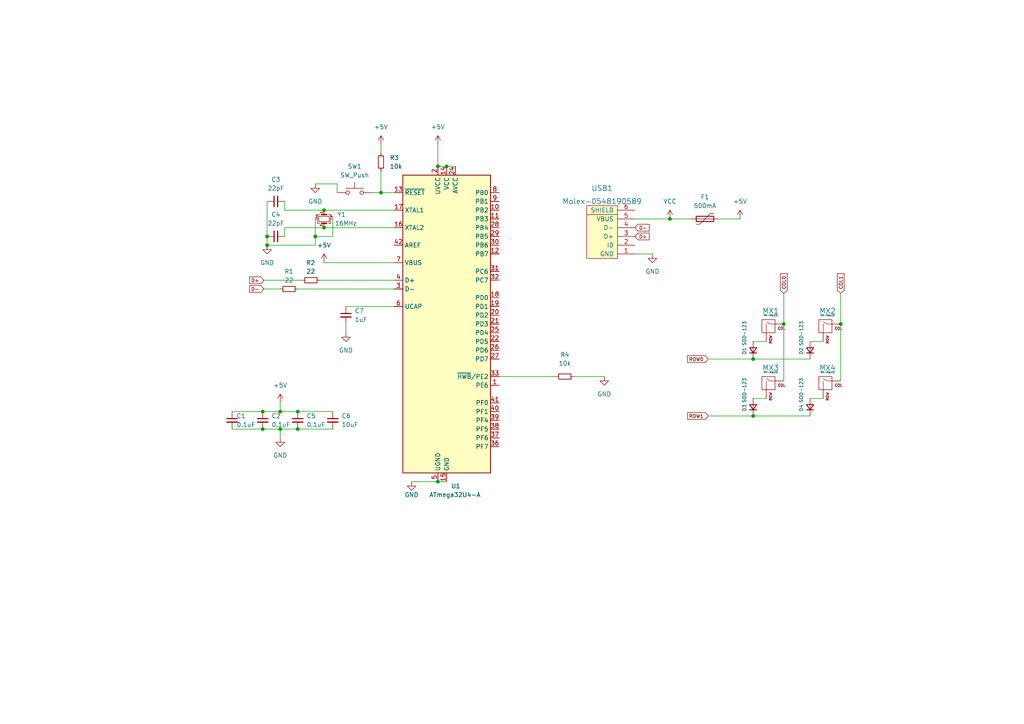
<source format=kicad_sch>
(kicad_sch (version 20211123) (generator eeschema)
  (paper "A4")
  (lib_symbols
    (symbol "Device:C_Small" (pin_numbers hide) (pin_names (offset 0.254) hide)
      (property "Reference" "C" (at 0.254 1.778 0))
      (property "Value" "C_Small" (at 0.254 -2.032 0))
      (symbol "C_Small_0_1"
        (polyline (pts (xy -1.524 -0.508) (xy 1.524 -0.508)) (stroke (width 0.3302)))
        (polyline (pts (xy -1.524 0.508) (xy 1.524 0.508)) (stroke (width 0.3048)))
      )
      (symbol "C_Small_1_1"
        (pin passive line (at 0 2.54 270) (length 2.032) (name "~") (number "1"))
        (pin passive line (at 0 -2.54 90) (length 2.032) (name "~") (number "2"))
      )
    )
    (symbol "Device:Crystal_GND24_Small" (pin_names (offset 1.016) hide)
      (property "Reference" "Y" (at 1.27 4.445 0))
      (property "Value" "Crystal_GND24_Small" (at 1.27 2.54 0))
      (symbol "Crystal_GND24_Small_0_1"
        (rectangle (start -0.762 -1.524) (end 0.762 1.524))
        (polyline (pts (xy -1.27 -0.762) (xy -1.27 0.762)) (stroke (width 0.381)))
        (polyline (pts (xy 1.27 -0.762) (xy 1.27 0.762)) (stroke (width 0.381)))
        (polyline (pts (xy -1.27 -1.27) (xy -1.27 -1.905) (xy 1.27 -1.905) (xy 1.27 -1.27)))
        (polyline (pts (xy -1.27 1.27) (xy -1.27 1.905) (xy 1.27 1.905) (xy 1.27 1.27)))
      )
      (symbol "Crystal_GND24_Small_1_1"
        (pin passive line (at -2.54 0 0) (length 1.27) (name "1") (number "1"))
        (pin passive line (at 0 -2.54 90) (length 0.635) (name "2") (number "2"))
        (pin passive line (at 2.54 0 180) (length 1.27) (name "3") (number "3"))
        (pin passive line (at 0 2.54 270) (length 0.635) (name "4") (number "4"))
      )
    )
    (symbol "Device:D_Small" (pin_numbers hide) (pin_names (offset 0.254) hide)
      (property "Reference" "D" (at -1.27 2.032 0))
      (property "Value" "D_Small" (at -3.81 -2.032 0))
      (symbol "D_Small_0_1"
        (polyline (pts (xy -0.762 -1.016) (xy -0.762 1.016)) (stroke (width 0.254)))
        (polyline (pts (xy -0.762 0) (xy 0.762 0)))
        (polyline (pts (xy 0.762 -1.016) (xy -0.762 0) (xy 0.762 1.016) (xy 0.762 -1.016)) (stroke (width 0.254)))
      )
      (symbol "D_Small_1_1"
        (pin passive line (at -2.54 0 0) (length 1.778) (name "K") (number "1"))
        (pin passive line (at 2.54 0 180) (length 1.778) (name "A") (number "2"))
      )
    )
    (symbol "Device:Polyfuse" (pin_numbers hide) (pin_names (offset 0))
      (property "Reference" "F" (at -2.54 0 90))
      (property "Value" "Polyfuse" (at 2.54 0 90))
      (symbol "Polyfuse_0_1"
        (rectangle (start -0.762 2.54) (end 0.762 -2.54) (stroke (width 0.254)))
        (polyline (pts (xy 0 2.54) (xy 0 -2.54)))
        (polyline (pts (xy -1.524 2.54) (xy -1.524 1.524) (xy 1.524 -1.524) (xy 1.524 -2.54)))
      )
      (symbol "Polyfuse_1_1"
        (pin passive line (at 0 3.81 270) (length 1.27) (name "~") (number "1"))
        (pin passive line (at 0 -3.81 90) (length 1.27) (name "~") (number "2"))
      )
    )
    (symbol "Device:R_Small" (pin_numbers hide) (pin_names (offset 0.254) hide)
      (property "Reference" "R" (at 0.762 0.508 0))
      (property "Value" "R_Small" (at 0.762 -1.016 0))
      (symbol "R_Small_0_1"
        (rectangle (start -0.762 1.778) (end 0.762 -1.778) (stroke (width 0.2032)))
      )
      (symbol "R_Small_1_1"
        (pin passive line (at 0 2.54 270) (length 0.762) (name "~") (number "1"))
        (pin passive line (at 0 -2.54 90) (length 0.762) (name "~") (number "2"))
      )
    )
    (symbol "MCU_Microchip_ATmega:ATmega32U4-A"
      (property "Reference" "U" (at -12.7 44.45 0))
      (property "Value" "ATmega32U4-A" (at 2.54 -44.45 0))
      (symbol "ATmega32U4-A_0_1"
        (rectangle (start -12.7 -43.18) (end 12.7 43.18) (stroke (width 0.254)) (fill (type background)))
      )
      (symbol "ATmega32U4-A_1_1"
        (pin bidirectional line (at 15.24 -17.78 180) (length 2.54) (name "PE6") (number "1"))
        (pin bidirectional line (at 15.24 33.02 180) (length 2.54) (name "PB2") (number "10"))
        (pin bidirectional line (at 15.24 30.48 180) (length 2.54) (name "PB3") (number "11"))
        (pin bidirectional line (at 15.24 20.32 180) (length 2.54) (name "PB7") (number "12"))
        (pin input line (at -15.24 38.1 0) (length 2.54) (name "~{RESET}") (number "13"))
        (pin power_in line (at 0 45.72 270) (length 2.54) (name "VCC") (number "14"))
        (pin power_in line (at 0 -45.72 90) (length 2.54) (name "GND") (number "15"))
        (pin output line (at -15.24 27.94 0) (length 2.54) (name "XTAL2") (number "16"))
        (pin input line (at -15.24 33.02 0) (length 2.54) (name "XTAL1") (number "17"))
        (pin bidirectional line (at 15.24 7.62 180) (length 2.54) (name "PD0") (number "18"))
        (pin bidirectional line (at 15.24 5.08 180) (length 2.54) (name "PD1") (number "19"))
        (pin power_in line (at -2.54 45.72 270) (length 2.54) (name "UVCC") (number "2"))
        (pin bidirectional line (at 15.24 2.54 180) (length 2.54) (name "PD2") (number "20"))
        (pin bidirectional line (at 15.24 0 180) (length 2.54) (name "PD3") (number "21"))
        (pin bidirectional line (at 15.24 -5.08 180) (length 2.54) (name "PD5") (number "22"))
        (pin passive line (at 0 -45.72 90) (length 2.54) hide (name "GND") (number "23"))
        (pin power_in line (at 2.54 45.72 270) (length 2.54) (name "AVCC") (number "24"))
        (pin bidirectional line (at 15.24 -2.54 180) (length 2.54) (name "PD4") (number "25"))
        (pin bidirectional line (at 15.24 -7.62 180) (length 2.54) (name "PD6") (number "26"))
        (pin bidirectional line (at 15.24 -10.16 180) (length 2.54) (name "PD7") (number "27"))
        (pin bidirectional line (at 15.24 27.94 180) (length 2.54) (name "PB4") (number "28"))
        (pin bidirectional line (at 15.24 25.4 180) (length 2.54) (name "PB5") (number "29"))
        (pin bidirectional line (at -15.24 10.16 0) (length 2.54) (name "D-") (number "3"))
        (pin bidirectional line (at 15.24 22.86 180) (length 2.54) (name "PB6") (number "30"))
        (pin bidirectional line (at 15.24 15.24 180) (length 2.54) (name "PC6") (number "31"))
        (pin bidirectional line (at 15.24 12.7 180) (length 2.54) (name "PC7") (number "32"))
        (pin bidirectional line (at 15.24 -15.24 180) (length 2.54) (name "~{HWB}/PE2") (number "33"))
        (pin passive line (at 0 45.72 270) (length 2.54) hide (name "VCC") (number "34"))
        (pin passive line (at 0 -45.72 90) (length 2.54) hide (name "GND") (number "35"))
        (pin bidirectional line (at 15.24 -35.56 180) (length 2.54) (name "PF7") (number "36"))
        (pin bidirectional line (at 15.24 -33.02 180) (length 2.54) (name "PF6") (number "37"))
        (pin bidirectional line (at 15.24 -30.48 180) (length 2.54) (name "PF5") (number "38"))
        (pin bidirectional line (at 15.24 -27.94 180) (length 2.54) (name "PF4") (number "39"))
        (pin bidirectional line (at -15.24 12.7 0) (length 2.54) (name "D+") (number "4"))
        (pin bidirectional line (at 15.24 -25.4 180) (length 2.54) (name "PF1") (number "40"))
        (pin bidirectional line (at 15.24 -22.86 180) (length 2.54) (name "PF0") (number "41"))
        (pin passive line (at -15.24 22.86 0) (length 2.54) (name "AREF") (number "42"))
        (pin passive line (at 0 -45.72 90) (length 2.54) hide (name "GND") (number "43"))
        (pin passive line (at 2.54 45.72 270) (length 2.54) hide (name "AVCC") (number "44"))
        (pin passive line (at -2.54 -45.72 90) (length 2.54) (name "UGND") (number "5"))
        (pin passive line (at -15.24 5.08 0) (length 2.54) (name "UCAP") (number "6"))
        (pin input line (at -15.24 17.78 0) (length 2.54) (name "VBUS") (number "7"))
        (pin bidirectional line (at 15.24 38.1 180) (length 2.54) (name "PB0") (number "8"))
        (pin bidirectional line (at 15.24 35.56 180) (length 2.54) (name "PB1") (number "9"))
      )
    )
    (symbol "MX_Alps_Hybrid:MX-NoLED" (pin_names (offset 1.016))
      (property "Reference" "MX" (at -0.635 3.81 0))
      (property "Value" "MX-NoLED" (at -0.635 1.27 0))
      (symbol "MX-NoLED_0_0"
        (rectangle (start -2.54 2.54) (end 1.27 -1.27))
        (polyline (pts (xy -1.27 -1.27) (xy -1.27 1.27)) (stroke (width 0.127)))
        (polyline (pts (xy 1.27 1.27) (xy 0 1.27) (xy -1.27 1.905)) (stroke (width 0.127)))
        (text "COL" (at 3.175 0 0) (effects (font (size 0.762 0.762))))
        (text "ROW" (at 0 -1.905 900) (effects (font (size 0.762 0.762)) (justify right)))
      )
      (symbol "MX-NoLED_1_1"
        (pin passive line (at 3.81 1.27 180) (length 2.54) (name "COL") (number "1"))
        (pin passive line (at -1.27 -3.81 90) (length 2.54) (name "ROW") (number "2"))
      )
    )
    (symbol "Switch:SW_Push" (pin_numbers hide) (pin_names (offset 1.016) hide)
      (property "Reference" "SW" (at 1.27 2.54 0))
      (property "Value" "SW_Push" (at 0 -1.524 0))
      (symbol "SW_Push_0_1"
        (circle (center -2.032 0) (radius 0.508))
        (polyline (pts (xy 0 1.27) (xy 0 3.048)))
        (polyline (pts (xy 2.54 1.27) (xy -2.54 1.27)))
        (circle (center 2.032 0) (radius 0.508))
        (pin passive line (at -5.08 0 0) (length 2.54) (name "1") (number "1"))
        (pin passive line (at 5.08 0 180) (length 2.54) (name "2") (number "2"))
      )
    )
    (symbol "power:+5V" (power) (pin_names (offset 0))
      (property "Value" "+5V" (at 0 3.556 0))
      (symbol "+5V_0_1"
        (polyline (pts (xy -0.762 1.27) (xy 0 2.54)))
        (polyline (pts (xy 0 0) (xy 0 2.54)))
        (polyline (pts (xy 0 2.54) (xy 0.762 1.27)))
      )
      (symbol "+5V_1_1"
        (pin power_in line (at 0 0 90) (length 0) hide (name "+5V") (number "1"))
      )
    )
    (symbol "power:GND" (power) (pin_names (offset 0))
      (property "Value" "GND" (at 0 -3.81 0))
      (symbol "GND_0_1"
        (polyline (pts (xy 0 0) (xy 0 -1.27) (xy 1.27 -1.27) (xy 0 -2.54) (xy -1.27 -1.27) (xy 0 -1.27)))
      )
      (symbol "GND_1_1"
        (pin power_in line (at 0 0 270) (length 0) hide (name "GND") (number "1"))
      )
    )
    (symbol "power:VCC" (power) (pin_names (offset 0))
      (property "Value" "VCC" (at 0 3.81 0))
      (symbol "VCC_0_1"
        (polyline (pts (xy -0.762 1.27) (xy 0 2.54)))
        (polyline (pts (xy 0 0) (xy 0 2.54)))
        (polyline (pts (xy 0 2.54) (xy 0.762 1.27)))
      )
      (symbol "VCC_1_1"
        (pin power_in line (at 0 0 90) (length 0) hide (name "VCC") (number "1"))
      )
    )
    (symbol "random-keyboard-parts:Molex-0548190589" (pin_names (offset 1.016))
      (property "Reference" "USB" (at 0 7.62 0))
      (property "Value" "Molex-0548190589" (at 0 10.16 0))
      (symbol "Molex-0548190589_0_0"
        (polyline (pts (xy 6.35 -2.54) (xy 6.35 6.35)))
        (rectangle (start 8.89 -2.54) (end -6.35 6.35) (fill (type background)))
      )
      (symbol "Molex-0548190589_1_1"
        (pin input line (at -5.08 -7.62 90) (length 5.08) (name "GND") (number "1"))
        (pin input line (at -2.54 -7.62 90) (length 5.08) (name "ID") (number "2"))
        (pin input line (at 0 -7.62 90) (length 5.08) (name "D+") (number "3"))
        (pin input line (at 2.54 -7.62 90) (length 5.08) (name "D-") (number "4"))
        (pin input line (at 5.08 -7.62 90) (length 5.08) (name "VBUS") (number "5"))
        (pin input line (at 7.62 -7.62 90) (length 5.08) (name "SHIELD") (number "6"))
      )
    )
  )
  (junction (at 93.98 60.96))
  (junction (at 127 139.7))
  (junction (at 218.44 104.14))
  (junction (at 91.44 68.58))
  (junction (at 218.44 120.65))
  (junction (at 129.54 48.26))
  (junction (at 110.49 55.88))
  (junction (at 81.28 124.46))
  (junction (at 243.84 93.98))
  (junction (at 81.28 119.38))
  (junction (at 76.2 119.38))
  (junction (at 86.36 124.46))
  (junction (at 86.36 119.38))
  (junction (at 127 48.26))
  (junction (at 194.31 63.5))
  (junction (at 227.33 93.98))
  (junction (at 93.98 66.04))
  (junction (at 77.47 71.12))
  (junction (at 76.2 124.46))
  (junction (at 77.47 68.58))
  (wire (pts (xy 92.71 81.28) (xy 114.3 81.28)))
  (wire (pts (xy 86.36 83.82) (xy 114.3 83.82)))
  (wire (pts (xy 91.44 68.58) (xy 91.44 71.12)))
  (wire (pts (xy 107.95 55.88) (xy 110.49 55.88)))
  (wire (pts (xy 76.2 81.28) (xy 87.63 81.28)))
  (wire (pts (xy 218.44 120.65) (xy 234.95 120.65)))
  (wire (pts (xy 67.31 119.38) (xy 76.2 119.38)))
  (wire (pts (xy 110.49 55.88) (xy 114.3 55.88)))
  (wire (pts (xy 76.2 83.82) (xy 81.28 83.82)))
  (wire (pts (xy 144.78 109.22) (xy 161.29 109.22)))
  (wire (pts (xy 127 48.26) (xy 129.54 48.26)))
  (wire (pts (xy 127 139.7) (xy 129.54 139.7)))
  (wire (pts (xy 67.31 124.46) (xy 76.2 124.46)))
  (wire (pts (xy 93.98 66.04) (xy 114.3 66.04)))
  (wire (pts (xy 81.28 116.84) (xy 81.28 119.38)))
  (wire (pts (xy 243.84 85.09) (xy 243.84 93.98)))
  (wire (pts (xy 184.15 63.5) (xy 194.31 63.5)))
  (wire (pts (xy 82.55 66.04) (xy 93.98 66.04)))
  (wire (pts (xy 127 139.7) (xy 119.38 139.7)))
  (wire (pts (xy 86.36 119.38) (xy 96.52 119.38)))
  (wire (pts (xy 91.44 53.34) (xy 97.79 53.34)))
  (wire (pts (xy 227.33 85.09) (xy 227.33 93.98)))
  (wire (pts (xy 218.44 99.06) (xy 222.25 99.06)))
  (wire (pts (xy 82.55 58.42) (xy 82.55 60.96)))
  (wire (pts (xy 96.52 63.5) (xy 96.52 68.58)))
  (wire (pts (xy 227.33 93.98) (xy 227.33 110.49)))
  (wire (pts (xy 100.33 88.9) (xy 114.3 88.9)))
  (wire (pts (xy 218.44 115.57) (xy 222.25 115.57)))
  (wire (pts (xy 81.28 119.38) (xy 86.36 119.38)))
  (wire (pts (xy 76.2 119.38) (xy 81.28 119.38)))
  (wire (pts (xy 96.52 68.58) (xy 91.44 68.58)))
  (wire (pts (xy 97.79 53.34) (xy 97.79 55.88)))
  (wire (pts (xy 91.44 63.5) (xy 91.44 68.58)))
  (wire (pts (xy 77.47 58.42) (xy 77.47 68.58)))
  (wire (pts (xy 86.36 124.46) (xy 96.52 124.46)))
  (wire (pts (xy 129.54 48.26) (xy 132.08 48.26)))
  (wire (pts (xy 100.33 93.98) (xy 100.33 96.52)))
  (wire (pts (xy 205.74 104.14) (xy 218.44 104.14)))
  (wire (pts (xy 127 41.91) (xy 127 48.26)))
  (wire (pts (xy 234.95 115.57) (xy 238.76 115.57)))
  (wire (pts (xy 218.44 104.14) (xy 234.95 104.14)))
  (wire (pts (xy 110.49 49.53) (xy 110.49 55.88)))
  (wire (pts (xy 234.95 99.06) (xy 238.76 99.06)))
  (wire (pts (xy 194.31 63.5) (xy 200.66 63.5)))
  (wire (pts (xy 205.74 120.65) (xy 218.44 120.65)))
  (wire (pts (xy 93.98 76.2) (xy 114.3 76.2)))
  (wire (pts (xy 81.28 124.46) (xy 81.28 127)))
  (wire (pts (xy 82.55 60.96) (xy 93.98 60.96)))
  (wire (pts (xy 77.47 71.12) (xy 91.44 71.12)))
  (wire (pts (xy 76.2 124.46) (xy 81.28 124.46)))
  (wire (pts (xy 81.28 124.46) (xy 86.36 124.46)))
  (wire (pts (xy 208.28 63.5) (xy 214.63 63.5)))
  (wire (pts (xy 77.47 71.12) (xy 77.47 72.39)))
  (wire (pts (xy 243.84 93.98) (xy 243.84 110.49)))
  (wire (pts (xy 166.37 109.22) (xy 175.26 109.22)))
  (wire (pts (xy 110.49 41.91) (xy 110.49 44.45)))
  (wire (pts (xy 184.15 73.66) (xy 189.23 73.66)))
  (wire (pts (xy 77.47 68.58) (xy 77.47 71.12)))
  (wire (pts (xy 82.55 68.58) (xy 82.55 66.04)))
  (wire (pts (xy 93.98 60.96) (xy 114.3 60.96)))
  (global_label "COL0" (shape input) (at 227.33 85.09 90) (effects (font (size 1 1))) (property "Intersheet References" "${INTERSHEET_REFS}" (effects hide)))
  (global_label "D+" (shape output) (at 72.39 81.28 0) (effects (font (size 1 1))) (property "Intersheet References" "${INTERSHEET_REFS}" (effects hide)))
  (global_label "D-" (shape output) (at 72.39 83.82 0) (effects (font (size 1 1))) (property "Intersheet References" "${INTERSHEET_REFS}" (effects hide)))
  (global_label "COL1" (shape input) (at 243.84 85.09 90) (effects (font (size 1 1))) (property "Intersheet References" "${INTERSHEET_REFS}" (effects hide)))
  (global_label "D-" (shape input) (at 184.15 66.04 0) (effects (font (size 1 1))) (property "Intersheet References" "${INTERSHEET_REFS}" (effects hide)))
  (global_label "ROW1" (shape output) (at 199.39 120.65 0) (effects (font (size 1 1))) (property "Intersheet References" "${INTERSHEET_REFS}" (effects hide)))
  (global_label "D+" (shape input) (at 184.15 68.58 0) (effects (font (size 1 1))) (property "Intersheet References" "${INTERSHEET_REFS}" (effects hide)))
  (global_label "ROW0" (shape output) (at 199.39 104.14 0) (effects (font (size 1 1))) (property "Intersheet References" "${INTERSHEET_REFS}" (effects hide)))
  (symbol (lib_id "power:GND") (at 77.47 71.12 0) (unit 1)
    (property "Reference" "#PWR01" (effects hide))
    (property "Value" "GND" (at 77.47 76.2 0))
  )
  (symbol (lib_id "power:GND") (at 175.26 109.22 0) (unit 1)
    (property "Reference" "#PWR010" (effects hide))
    (property "Value" "GND" (at 175.26 114.3 0))
  )
  (symbol (lib_id "power:+5V") (at 110.49 41.91 0) (unit 1)
    (property "Reference" "#PWR07" (effects hide))
    (property "Value" "+5V" (at 110.49 36.83 0))
  )
  (symbol (lib_id "Device:Polyfuse") (at 204.47 63.5 90) (unit 1)
    (property "Reference" "F1" (at 204.47 57.15 90))
    (property "Value" "500mA" (at 204.47 59.69 90))
    (property "Footprint" "Fuse:Fuse_1206_3216Metric" (effects hide))
  )
  (symbol (lib_id "power:+5V") (at 93.98 76.2 0) (unit 1)
    (property "Reference" "#PWR05" (effects hide))
    (property "Value" "+5V" (at 93.98 71.12 0))
  )
  (symbol (lib_id "Device:Crystal_GND24_Small") (at 93.98 63.5 270) (unit 1)
    (property "Reference" "Y1" (at 99.06 62.23 90))
    (property "Value" "16MHz" (at 100.33 64.77 90))
    (property "Footprint" "Crystal:Crystal_SMD_3225-4Pin_3.2x2.5mm" (effects hide))
  )
  (symbol (lib_id "power:+5V") (at 214.63 63.5 0) (unit 1)
    (property "Reference" "#PWR013" (effects hide))
    (property "Value" "+5V" (at 214.63 58.42 0))
  )
  (symbol (lib_id "power:VCC") (at 194.31 63.5 0) (unit 1)
    (property "Reference" "#PWR012" (effects hide))
    (property "Value" "VCC" (at 194.31 58.42 0))
  )
  (symbol (lib_id "Device:C_Small") (at 80.01 58.42 90) (unit 1)
    (property "Reference" "C3" (at 80.0163 52.07 90))
    (property "Value" "22pF" (at 80.0163 54.61 90))
    (property "Footprint" "Capacitor_SMD:C_0805_2012Metric" (effects hide))
  )
  (symbol (lib_id "random-keyboard-parts:Molex-0548190589") (at 176.53 68.58 90) (unit 1)
    (property "Reference" "USB1" (at 174.625 54.61 90) (effects (font (size 1.524 1.524))))
    (property "Value" "Molex-0548190589" (at 174.625 58.42 90) (effects (font (size 1.524 1.524))))
    (property "Footprint" "random-keyboard-parts:Molex-0548190589" (effects hide))
  )
  (symbol (lib_id "MX_Alps_Hybrid:MX-NoLED") (at 223.52 95.25 0) (unit 1)
    (property "Reference" "MX1" (at 223.52 90.17 0) (effects (font (size 1.524 1.524))))
    (property "Value" "MX-NoLED" (at 223.52 91.44 0) (effects (font (size 0.508 0.508))))
    (property "Footprint" "MX_Alps_Hybrid:MX-1U-NoLED" (effects hide))
  )
  (symbol (lib_id "Device:R_Small") (at 110.49 46.99 0) (unit 1)
    (property "Reference" "R3" (at 113.03 45.7199 0) (effects (justify left)))
    (property "Value" "10k" (at 113.03 48.2599 0) (effects (justify left)))
    (property "Footprint" "Resistor_SMD:R_0805_2012Metric" (effects hide))
  )
  (symbol (lib_id "Device:D_Small") (at 218.44 118.11 90) (unit 1)
    (property "Reference" "D3" (at 215.9 119.38 0) (effects (font (size 1 1)) (justify left)))
    (property "Value" "SOD-123" (at 215.9 116.84 0) (effects (font (size 1 1)) (justify left)))
    (property "Footprint" "Diode_SMD:D_SOD-123" (effects hide))
  )
  (symbol (lib_id "Device:C_Small") (at 76.2 121.92 0) (unit 1)
    (property "Reference" "C2" (at 78.74 120.65 0) (effects (justify left)))
    (property "Value" "0.1uF" (at 78.74 123.1962 0) (effects (justify left)))
    (property "Footprint" "Capacitor_SMD:C_0805_2012Metric" (effects hide))
  )
  (symbol (lib_id "Device:R_Small") (at 83.82 83.82 90) (unit 1)
    (property "Reference" "R1" (at 83.82 78.74 90))
    (property "Value" "22" (at 83.82 81.28 90))
    (property "Footprint" "Resistor_SMD:R_0805_2012Metric" (effects hide))
  )
  (symbol (lib_id "Device:C_Small") (at 86.36 121.92 0) (unit 1)
    (property "Reference" "C5" (at 88.9 120.65 0) (effects (justify left)))
    (property "Value" "0.1uF" (at 88.9 123.1962 0) (effects (justify left)))
    (property "Footprint" "Capacitor_SMD:C_0805_2012Metric" (effects hide))
  )
  (symbol (lib_id "MX_Alps_Hybrid:MX-NoLED") (at 240.03 111.76 0) (unit 1)
    (property "Reference" "MX4" (at 240.03 106.68 0) (effects (font (size 1.524 1.524))))
    (property "Value" "MX-NoLED" (at 240.03 107.95 0) (effects (font (size 0.508 0.508))))
    (property "Footprint" "MX_Alps_Hybrid:MX-1U-NoLED" (effects hide))
  )
  (symbol (lib_id "Device:D_Small") (at 218.44 101.6 90) (unit 1)
    (property "Reference" "D1" (at 215.9 102.87 0) (effects (font (size 1 1)) (justify left)))
    (property "Value" "SOD-123" (at 215.9 100.33 0) (effects (font (size 1 1)) (justify left)))
    (property "Footprint" "Diode_SMD:D_SOD-123" (effects hide))
  )
  (symbol (lib_id "MX_Alps_Hybrid:MX-NoLED") (at 240.03 95.25 0) (unit 1)
    (property "Reference" "MX2" (at 240.03 90.17 0) (effects (font (size 1.524 1.524))))
    (property "Value" "MX-NoLED" (at 240.03 91.44 0) (effects (font (size 0.508 0.508))))
    (property "Footprint" "MX_Alps_Hybrid:MX-1U-NoLED" (effects hide))
  )
  (symbol (lib_id "power:+5V") (at 127 41.91 0) (unit 1)
    (property "Reference" "#PWR09" (effects hide))
    (property "Value" "+5V" (at 127 36.83 0))
  )
  (symbol (lib_id "Device:D_Small") (at 234.95 118.11 90) (unit 1)
    (property "Reference" "D4" (at 232.41 119.38 0) (effects (font (size 1 1)) (justify left)))
    (property "Value" "SOD-123" (at 232.41 116.84 0) (effects (font (size 1 1)) (justify left)))
    (property "Footprint" "Diode_SMD:D_SOD-123" (effects hide))
  )
  (symbol (lib_id "power:+5V") (at 81.28 116.84 0) (unit 1)
    (property "Reference" "#PWR02" (effects hide))
    (property "Value" "+5V" (at 81.28 111.76 0))
  )
  (symbol (lib_id "power:GND") (at 91.44 53.34 0) (unit 1)
    (property "Reference" "#PWR04" (effects hide))
    (property "Value" "GND" (at 91.44 58.42 0))
  )
  (symbol (lib_id "MX_Alps_Hybrid:MX-NoLED") (at 223.52 111.76 0) (unit 1)
    (property "Reference" "MX3" (at 223.52 106.68 0) (effects (font (size 1.524 1.524))))
    (property "Value" "MX-NoLED" (at 223.52 107.95 0) (effects (font (size 0.508 0.508))))
    (property "Footprint" "MX_Alps_Hybrid:MX-1U-NoLED" (effects hide))
  )
  (symbol (lib_id "power:GND") (at 100.33 96.52 0) (unit 1)
    (property "Reference" "#PWR06" (effects hide))
    (property "Value" "GND" (at 100.33 101.6 0))
  )
  (symbol (lib_id "Device:R_Small") (at 90.17 81.28 90) (unit 1)
    (property "Reference" "R2" (at 91.44 76.2 90) (effects (justify left)))
    (property "Value" "22" (at 91.44 78.74 90) (effects (justify left)))
    (property "Footprint" "Resistor_SMD:R_0805_2012Metric" (effects hide))
  )
  (symbol (lib_id "MCU_Microchip_ATmega:ATmega32U4-A") (at 129.54 93.98 0) (unit 1)
    (property "Reference" "U1" (at 130.81 140.97 0) (effects (justify left)))
    (property "Value" "ATmega32U4-A" (at 124.46 143.51 0) (effects (justify left)))
    (property "Footprint" "Package_QFP:TQFP-44_10x10mm_P0.8mm" (effects hide))
    (property "Datasheet" "http://ww1.microchip.com/downloads/en/DeviceDoc/Atmel-7766-8-bit-AVR-ATmega16U4-32U4_Datasheet.pdf" (effects hide))
  )
  (symbol (lib_id "power:GND") (at 119.38 139.7 0) (unit 1)
    (property "Reference" "#PWR08" (effects hide))
    (property "Value" "GND" (at 119.38 143.51 0))
  )
  (symbol (lib_id "power:GND") (at 81.28 127 0) (unit 1)
    (property "Reference" "#PWR03" (effects hide))
    (property "Value" "GND" (at 81.28 132.08 0))
  )
  (symbol (lib_id "Device:R_Small") (at 163.83 109.22 90) (unit 1)
    (property "Reference" "R4" (at 163.83 102.87 90))
    (property "Value" "10k" (at 163.83 105.41 90))
    (property "Footprint" "Resistor_SMD:R_0805_2012Metric" (effects hide))
  )
  (symbol (lib_id "power:GND") (at 189.23 73.66 0) (unit 1)
    (property "Reference" "#PWR011" (effects hide))
    (property "Value" "GND" (at 189.23 78.74 0))
  )
  (symbol (lib_id "Switch:SW_Push") (at 102.87 55.88 0) (unit 1)
    (property "Reference" "SW1" (at 102.87 48.26 0))
    (property "Value" "SW_Push" (at 102.87 50.8 0))
    (property "Footprint" "random-keyboard-parts:SKQG-1155865" (effects hide))
  )
  (symbol (lib_id "Device:C_Small") (at 100.33 91.44 0) (unit 1)
    (property "Reference" "C7" (at 102.87 90.1762 0) (effects (justify left)))
    (property "Value" "1uF" (at 102.87 92.7162 0) (effects (justify left)))
    (property "Footprint" "Capacitor_SMD:C_0805_2012Metric" (effects hide))
  )
  (symbol (lib_id "Device:C_Small") (at 80.01 68.58 90) (unit 1)
    (property "Reference" "C4" (at 80.0163 62.23 90))
    (property "Value" "22pF" (at 80.0163 64.77 90))
    (property "Footprint" "Capacitor_SMD:C_0805_2012Metric" (effects hide))
  )
  (symbol (lib_id "Device:C_Small") (at 67.31 121.92 0) (unit 1)
    (property "Reference" "C1" (at 68.58 120.65 0) (effects (justify left)))
    (property "Value" "0.1uF" (at 68.58 123.1962 0) (effects (justify left)))
    (property "Footprint" "Capacitor_SMD:C_0805_2012Metric" (effects hide))
  )
  (symbol (lib_id "Device:D_Small") (at 234.95 101.6 90) (unit 1)
    (property "Reference" "D2" (at 232.41 102.87 0) (effects (font (size 1 1)) (justify left)))
    (property "Value" "SOD-123" (at 232.41 100.33 0) (effects (font (size 1 1)) (justify left)))
    (property "Footprint" "Diode_SMD:D_SOD-123" (effects hide))
  )
  (symbol (lib_id "Device:C_Small") (at 96.52 121.92 0) (unit 1)
    (property "Reference" "C6" (at 99.06 120.6562 0) (effects (justify left)))
    (property "Value" "10uF" (at 99.06 123.1962 0) (effects (justify left)))
    (property "Footprint" "Capacitor_SMD:C_0805_2012Metric" (effects hide))
  )
)
</source>
